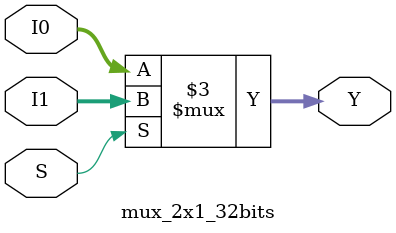
<source format=v>

module mux_2x1_32bits(output reg [31:0] Y, input S, input [31:0] I1, I0);
	always @ (S, I1, I0)
		if(S) Y = I1;
		else Y = I0;
endmodule
</source>
